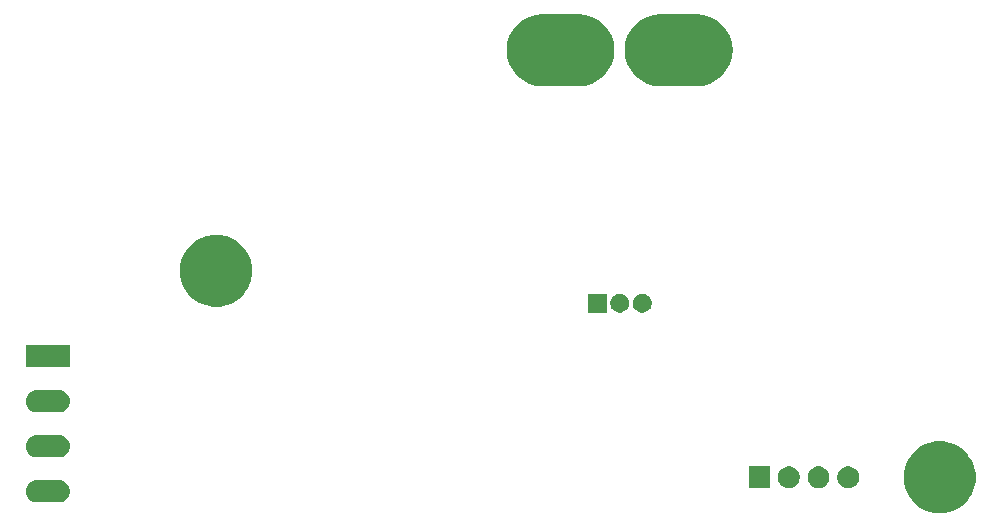
<source format=gbr>
%TF.GenerationSoftware,KiCad,Pcbnew,(5.1.4)-1*%
%TF.CreationDate,2020-11-14T02:23:56+08:00*%
%TF.ProjectId,power,706f7765-722e-46b6-9963-61645f706362,rev?*%
%TF.SameCoordinates,Original*%
%TF.FileFunction,Soldermask,Bot*%
%TF.FilePolarity,Negative*%
%FSLAX46Y46*%
G04 Gerber Fmt 4.6, Leading zero omitted, Abs format (unit mm)*
G04 Created by KiCad (PCBNEW (5.1.4)-1) date 2020-11-14 02:23:56*
%MOMM*%
%LPD*%
G04 APERTURE LIST*
%ADD10C,0.350000*%
G04 APERTURE END LIST*
D10*
G36*
X101139943Y-60566248D02*
G01*
X101695189Y-60796238D01*
X101805581Y-60870000D01*
X102194899Y-61130134D01*
X102619866Y-61555101D01*
X102693000Y-61664554D01*
X102953762Y-62054811D01*
X103183752Y-62610057D01*
X103301000Y-63199501D01*
X103301000Y-63800499D01*
X103183752Y-64389943D01*
X102953762Y-64945189D01*
X102858892Y-65087171D01*
X102619866Y-65444899D01*
X102194899Y-65869866D01*
X102120736Y-65919420D01*
X101695189Y-66203762D01*
X101139943Y-66433752D01*
X100550499Y-66551000D01*
X99949501Y-66551000D01*
X99360057Y-66433752D01*
X98804811Y-66203762D01*
X98379264Y-65919420D01*
X98305101Y-65869866D01*
X97880134Y-65444899D01*
X97641108Y-65087171D01*
X97546238Y-64945189D01*
X97316248Y-64389943D01*
X97199000Y-63800499D01*
X97199000Y-63199501D01*
X97316248Y-62610057D01*
X97546238Y-62054811D01*
X97807000Y-61664554D01*
X97880134Y-61555101D01*
X98305101Y-61130134D01*
X98694419Y-60870000D01*
X98804811Y-60796238D01*
X99360057Y-60566248D01*
X99949501Y-60449000D01*
X100550499Y-60449000D01*
X101139943Y-60566248D01*
X101139943Y-60566248D01*
G37*
G36*
X25836425Y-63742760D02*
G01*
X25836428Y-63742761D01*
X25836429Y-63742761D01*
X26015693Y-63797140D01*
X26015696Y-63797142D01*
X26015697Y-63797142D01*
X26180903Y-63885446D01*
X26325712Y-64004288D01*
X26444554Y-64149097D01*
X26518707Y-64287829D01*
X26532860Y-64314307D01*
X26581263Y-64473871D01*
X26587240Y-64493575D01*
X26605601Y-64680000D01*
X26587240Y-64866425D01*
X26587239Y-64866428D01*
X26587239Y-64866429D01*
X26532860Y-65045693D01*
X26532858Y-65045696D01*
X26532858Y-65045697D01*
X26444554Y-65210903D01*
X26325712Y-65355712D01*
X26180903Y-65474554D01*
X26015697Y-65562858D01*
X26015693Y-65562860D01*
X25836429Y-65617239D01*
X25836428Y-65617239D01*
X25836425Y-65617240D01*
X25696718Y-65631000D01*
X23803282Y-65631000D01*
X23663575Y-65617240D01*
X23663572Y-65617239D01*
X23663571Y-65617239D01*
X23484307Y-65562860D01*
X23484303Y-65562858D01*
X23319097Y-65474554D01*
X23174288Y-65355712D01*
X23055446Y-65210903D01*
X22967142Y-65045697D01*
X22967142Y-65045696D01*
X22967140Y-65045693D01*
X22912761Y-64866429D01*
X22912761Y-64866428D01*
X22912760Y-64866425D01*
X22894399Y-64680000D01*
X22912760Y-64493575D01*
X22918737Y-64473871D01*
X22967140Y-64314307D01*
X22981293Y-64287829D01*
X23055446Y-64149097D01*
X23174288Y-64004288D01*
X23319097Y-63885446D01*
X23484303Y-63797142D01*
X23484304Y-63797142D01*
X23484307Y-63797140D01*
X23663571Y-63742761D01*
X23663572Y-63742761D01*
X23663575Y-63742760D01*
X23803282Y-63729000D01*
X25696718Y-63729000D01*
X25836425Y-63742760D01*
X25836425Y-63742760D01*
G37*
G36*
X92770104Y-62609585D02*
G01*
X92938626Y-62679389D01*
X93090291Y-62780728D01*
X93219272Y-62909709D01*
X93320611Y-63061374D01*
X93390415Y-63229896D01*
X93426000Y-63408797D01*
X93426000Y-63591203D01*
X93390415Y-63770104D01*
X93320611Y-63938626D01*
X93219272Y-64090291D01*
X93090291Y-64219272D01*
X92938626Y-64320611D01*
X92770104Y-64390415D01*
X92591203Y-64426000D01*
X92408797Y-64426000D01*
X92229896Y-64390415D01*
X92061374Y-64320611D01*
X91909709Y-64219272D01*
X91780728Y-64090291D01*
X91679389Y-63938626D01*
X91609585Y-63770104D01*
X91574000Y-63591203D01*
X91574000Y-63408797D01*
X91609585Y-63229896D01*
X91679389Y-63061374D01*
X91780728Y-62909709D01*
X91909709Y-62780728D01*
X92061374Y-62679389D01*
X92229896Y-62609585D01*
X92408797Y-62574000D01*
X92591203Y-62574000D01*
X92770104Y-62609585D01*
X92770104Y-62609585D01*
G37*
G36*
X90270104Y-62609585D02*
G01*
X90438626Y-62679389D01*
X90590291Y-62780728D01*
X90719272Y-62909709D01*
X90820611Y-63061374D01*
X90890415Y-63229896D01*
X90926000Y-63408797D01*
X90926000Y-63591203D01*
X90890415Y-63770104D01*
X90820611Y-63938626D01*
X90719272Y-64090291D01*
X90590291Y-64219272D01*
X90438626Y-64320611D01*
X90270104Y-64390415D01*
X90091203Y-64426000D01*
X89908797Y-64426000D01*
X89729896Y-64390415D01*
X89561374Y-64320611D01*
X89409709Y-64219272D01*
X89280728Y-64090291D01*
X89179389Y-63938626D01*
X89109585Y-63770104D01*
X89074000Y-63591203D01*
X89074000Y-63408797D01*
X89109585Y-63229896D01*
X89179389Y-63061374D01*
X89280728Y-62909709D01*
X89409709Y-62780728D01*
X89561374Y-62679389D01*
X89729896Y-62609585D01*
X89908797Y-62574000D01*
X90091203Y-62574000D01*
X90270104Y-62609585D01*
X90270104Y-62609585D01*
G37*
G36*
X87770104Y-62609585D02*
G01*
X87938626Y-62679389D01*
X88090291Y-62780728D01*
X88219272Y-62909709D01*
X88320611Y-63061374D01*
X88390415Y-63229896D01*
X88426000Y-63408797D01*
X88426000Y-63591203D01*
X88390415Y-63770104D01*
X88320611Y-63938626D01*
X88219272Y-64090291D01*
X88090291Y-64219272D01*
X87938626Y-64320611D01*
X87770104Y-64390415D01*
X87591203Y-64426000D01*
X87408797Y-64426000D01*
X87229896Y-64390415D01*
X87061374Y-64320611D01*
X86909709Y-64219272D01*
X86780728Y-64090291D01*
X86679389Y-63938626D01*
X86609585Y-63770104D01*
X86574000Y-63591203D01*
X86574000Y-63408797D01*
X86609585Y-63229896D01*
X86679389Y-63061374D01*
X86780728Y-62909709D01*
X86909709Y-62780728D01*
X87061374Y-62679389D01*
X87229896Y-62609585D01*
X87408797Y-62574000D01*
X87591203Y-62574000D01*
X87770104Y-62609585D01*
X87770104Y-62609585D01*
G37*
G36*
X85926000Y-64426000D02*
G01*
X84074000Y-64426000D01*
X84074000Y-62574000D01*
X85926000Y-62574000D01*
X85926000Y-64426000D01*
X85926000Y-64426000D01*
G37*
G36*
X25836425Y-59932760D02*
G01*
X25836428Y-59932761D01*
X25836429Y-59932761D01*
X26015693Y-59987140D01*
X26015696Y-59987142D01*
X26015697Y-59987142D01*
X26180903Y-60075446D01*
X26325712Y-60194288D01*
X26444554Y-60339097D01*
X26503298Y-60449000D01*
X26532860Y-60504307D01*
X26587239Y-60683571D01*
X26587240Y-60683575D01*
X26605601Y-60870000D01*
X26587240Y-61056425D01*
X26587239Y-61056428D01*
X26587239Y-61056429D01*
X26532860Y-61235693D01*
X26532858Y-61235696D01*
X26532858Y-61235697D01*
X26444554Y-61400903D01*
X26325712Y-61545712D01*
X26180903Y-61664554D01*
X26015697Y-61752858D01*
X26015693Y-61752860D01*
X25836429Y-61807239D01*
X25836428Y-61807239D01*
X25836425Y-61807240D01*
X25696718Y-61821000D01*
X23803282Y-61821000D01*
X23663575Y-61807240D01*
X23663572Y-61807239D01*
X23663571Y-61807239D01*
X23484307Y-61752860D01*
X23484303Y-61752858D01*
X23319097Y-61664554D01*
X23174288Y-61545712D01*
X23055446Y-61400903D01*
X22967142Y-61235697D01*
X22967142Y-61235696D01*
X22967140Y-61235693D01*
X22912761Y-61056429D01*
X22912761Y-61056428D01*
X22912760Y-61056425D01*
X22894399Y-60870000D01*
X22912760Y-60683575D01*
X22912761Y-60683571D01*
X22967140Y-60504307D01*
X22996702Y-60449000D01*
X23055446Y-60339097D01*
X23174288Y-60194288D01*
X23319097Y-60075446D01*
X23484303Y-59987142D01*
X23484304Y-59987142D01*
X23484307Y-59987140D01*
X23663571Y-59932761D01*
X23663572Y-59932761D01*
X23663575Y-59932760D01*
X23803282Y-59919000D01*
X25696718Y-59919000D01*
X25836425Y-59932760D01*
X25836425Y-59932760D01*
G37*
G36*
X25836425Y-56122760D02*
G01*
X25836428Y-56122761D01*
X25836429Y-56122761D01*
X26015693Y-56177140D01*
X26015696Y-56177142D01*
X26015697Y-56177142D01*
X26180903Y-56265446D01*
X26325712Y-56384288D01*
X26444554Y-56529097D01*
X26532858Y-56694303D01*
X26532860Y-56694307D01*
X26587239Y-56873571D01*
X26587240Y-56873575D01*
X26605601Y-57060000D01*
X26587240Y-57246425D01*
X26587239Y-57246428D01*
X26587239Y-57246429D01*
X26532860Y-57425693D01*
X26532858Y-57425696D01*
X26532858Y-57425697D01*
X26444554Y-57590903D01*
X26325712Y-57735712D01*
X26180903Y-57854554D01*
X26015697Y-57942858D01*
X26015693Y-57942860D01*
X25836429Y-57997239D01*
X25836428Y-57997239D01*
X25836425Y-57997240D01*
X25696718Y-58011000D01*
X23803282Y-58011000D01*
X23663575Y-57997240D01*
X23663572Y-57997239D01*
X23663571Y-57997239D01*
X23484307Y-57942860D01*
X23484303Y-57942858D01*
X23319097Y-57854554D01*
X23174288Y-57735712D01*
X23055446Y-57590903D01*
X22967142Y-57425697D01*
X22967142Y-57425696D01*
X22967140Y-57425693D01*
X22912761Y-57246429D01*
X22912761Y-57246428D01*
X22912760Y-57246425D01*
X22894399Y-57060000D01*
X22912760Y-56873575D01*
X22912761Y-56873571D01*
X22967140Y-56694307D01*
X22967142Y-56694303D01*
X23055446Y-56529097D01*
X23174288Y-56384288D01*
X23319097Y-56265446D01*
X23484303Y-56177142D01*
X23484304Y-56177142D01*
X23484307Y-56177140D01*
X23663571Y-56122761D01*
X23663572Y-56122761D01*
X23663575Y-56122760D01*
X23803282Y-56109000D01*
X25696718Y-56109000D01*
X25836425Y-56122760D01*
X25836425Y-56122760D01*
G37*
G36*
X26601000Y-54201000D02*
G01*
X22899000Y-54201000D01*
X22899000Y-52299000D01*
X26601000Y-52299000D01*
X26601000Y-54201000D01*
X26601000Y-54201000D01*
G37*
G36*
X73393642Y-47979781D02*
G01*
X73539414Y-48040162D01*
X73539416Y-48040163D01*
X73670608Y-48127822D01*
X73782178Y-48239392D01*
X73843107Y-48330580D01*
X73869838Y-48370586D01*
X73930219Y-48516358D01*
X73961000Y-48671107D01*
X73961000Y-48828893D01*
X73930219Y-48983642D01*
X73902318Y-49051000D01*
X73869837Y-49129416D01*
X73782178Y-49260608D01*
X73670608Y-49372178D01*
X73539416Y-49459837D01*
X73539415Y-49459838D01*
X73539414Y-49459838D01*
X73393642Y-49520219D01*
X73238893Y-49551000D01*
X73081107Y-49551000D01*
X72926358Y-49520219D01*
X72780586Y-49459838D01*
X72780585Y-49459838D01*
X72780584Y-49459837D01*
X72649392Y-49372178D01*
X72537822Y-49260608D01*
X72450163Y-49129416D01*
X72417682Y-49051000D01*
X72389781Y-48983642D01*
X72359000Y-48828893D01*
X72359000Y-48671107D01*
X72389781Y-48516358D01*
X72450162Y-48370586D01*
X72476893Y-48330580D01*
X72537822Y-48239392D01*
X72649392Y-48127822D01*
X72780584Y-48040163D01*
X72780586Y-48040162D01*
X72926358Y-47979781D01*
X73081107Y-47949000D01*
X73238893Y-47949000D01*
X73393642Y-47979781D01*
X73393642Y-47979781D01*
G37*
G36*
X75303642Y-47979781D02*
G01*
X75449414Y-48040162D01*
X75449416Y-48040163D01*
X75580608Y-48127822D01*
X75692178Y-48239392D01*
X75753107Y-48330580D01*
X75779838Y-48370586D01*
X75840219Y-48516358D01*
X75871000Y-48671107D01*
X75871000Y-48828893D01*
X75840219Y-48983642D01*
X75812318Y-49051000D01*
X75779837Y-49129416D01*
X75692178Y-49260608D01*
X75580608Y-49372178D01*
X75449416Y-49459837D01*
X75449415Y-49459838D01*
X75449414Y-49459838D01*
X75303642Y-49520219D01*
X75148893Y-49551000D01*
X74991107Y-49551000D01*
X74836358Y-49520219D01*
X74690586Y-49459838D01*
X74690585Y-49459838D01*
X74690584Y-49459837D01*
X74559392Y-49372178D01*
X74447822Y-49260608D01*
X74360163Y-49129416D01*
X74327682Y-49051000D01*
X74299781Y-48983642D01*
X74269000Y-48828893D01*
X74269000Y-48671107D01*
X74299781Y-48516358D01*
X74360162Y-48370586D01*
X74386893Y-48330580D01*
X74447822Y-48239392D01*
X74559392Y-48127822D01*
X74690584Y-48040163D01*
X74690586Y-48040162D01*
X74836358Y-47979781D01*
X74991107Y-47949000D01*
X75148893Y-47949000D01*
X75303642Y-47979781D01*
X75303642Y-47979781D01*
G37*
G36*
X72051000Y-49551000D02*
G01*
X70449000Y-49551000D01*
X70449000Y-47949000D01*
X72051000Y-47949000D01*
X72051000Y-49551000D01*
X72051000Y-49551000D01*
G37*
G36*
X39889943Y-43066248D02*
G01*
X40445189Y-43296238D01*
X40617497Y-43411371D01*
X40944899Y-43630134D01*
X41369866Y-44055101D01*
X41369867Y-44055103D01*
X41703762Y-44554811D01*
X41933752Y-45110057D01*
X42051000Y-45699501D01*
X42051000Y-46300499D01*
X41933752Y-46889943D01*
X41703762Y-47445189D01*
X41641872Y-47537814D01*
X41369866Y-47944899D01*
X40944899Y-48369866D01*
X40943824Y-48370584D01*
X40445189Y-48703762D01*
X39889943Y-48933752D01*
X39300499Y-49051000D01*
X38699501Y-49051000D01*
X38110057Y-48933752D01*
X37554811Y-48703762D01*
X37056176Y-48370584D01*
X37055101Y-48369866D01*
X36630134Y-47944899D01*
X36358128Y-47537814D01*
X36296238Y-47445189D01*
X36066248Y-46889943D01*
X35949000Y-46300499D01*
X35949000Y-45699501D01*
X36066248Y-45110057D01*
X36296238Y-44554811D01*
X36630133Y-44055103D01*
X36630134Y-44055101D01*
X37055101Y-43630134D01*
X37382503Y-43411371D01*
X37554811Y-43296238D01*
X38110057Y-43066248D01*
X38699501Y-42949000D01*
X39300499Y-42949000D01*
X39889943Y-43066248D01*
X39889943Y-43066248D01*
G37*
G36*
X80258099Y-24343145D02*
G01*
X80833219Y-24517606D01*
X81363245Y-24800911D01*
X81827822Y-25182178D01*
X82209089Y-25646755D01*
X82492394Y-26176781D01*
X82666855Y-26751901D01*
X82725762Y-27350000D01*
X82666855Y-27948099D01*
X82492394Y-28523219D01*
X82209089Y-29053245D01*
X81827822Y-29517822D01*
X81363245Y-29899089D01*
X80833219Y-30182394D01*
X80258099Y-30356855D01*
X79809884Y-30401000D01*
X76510116Y-30401000D01*
X76061901Y-30356855D01*
X75486781Y-30182394D01*
X74956755Y-29899089D01*
X74492178Y-29517822D01*
X74110911Y-29053245D01*
X73827606Y-28523219D01*
X73653145Y-27948099D01*
X73594238Y-27350000D01*
X73653145Y-26751901D01*
X73827606Y-26176781D01*
X74110911Y-25646755D01*
X74492178Y-25182178D01*
X74956755Y-24800911D01*
X75486781Y-24517606D01*
X76061901Y-24343145D01*
X76510116Y-24299000D01*
X79809884Y-24299000D01*
X80258099Y-24343145D01*
X80258099Y-24343145D01*
G37*
G36*
X70258099Y-24343145D02*
G01*
X70833219Y-24517606D01*
X71363245Y-24800911D01*
X71827822Y-25182178D01*
X72209089Y-25646755D01*
X72492394Y-26176781D01*
X72666855Y-26751901D01*
X72725762Y-27350000D01*
X72666855Y-27948099D01*
X72492394Y-28523219D01*
X72209089Y-29053245D01*
X71827822Y-29517822D01*
X71363245Y-29899089D01*
X70833219Y-30182394D01*
X70258099Y-30356855D01*
X69809884Y-30401000D01*
X66510116Y-30401000D01*
X66061901Y-30356855D01*
X65486781Y-30182394D01*
X64956755Y-29899089D01*
X64492178Y-29517822D01*
X64110911Y-29053245D01*
X63827606Y-28523219D01*
X63653145Y-27948099D01*
X63594238Y-27350000D01*
X63653145Y-26751901D01*
X63827606Y-26176781D01*
X64110911Y-25646755D01*
X64492178Y-25182178D01*
X64956755Y-24800911D01*
X65486781Y-24517606D01*
X66061901Y-24343145D01*
X66510116Y-24299000D01*
X69809884Y-24299000D01*
X70258099Y-24343145D01*
X70258099Y-24343145D01*
G37*
M02*

</source>
